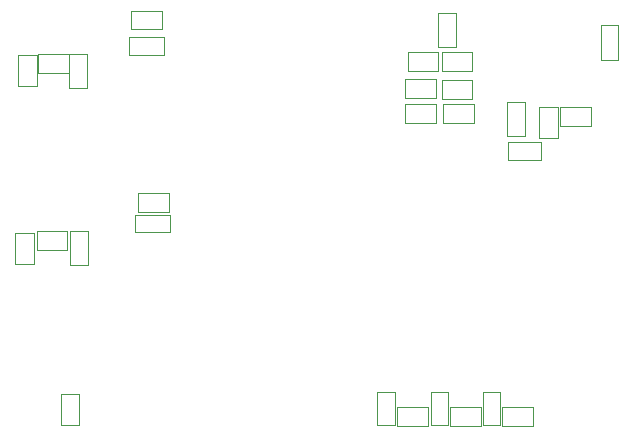
<source format=gbr>
G04 #@! TF.FileFunction,Other,User*
%FSLAX46Y46*%
G04 Gerber Fmt 4.6, Leading zero omitted, Abs format (unit mm)*
G04 Created by KiCad (PCBNEW 4.0.2+dfsg1-stable) date mar. 31 janv. 2017 17:52:21 CET*
%MOMM*%
G01*
G04 APERTURE LIST*
%ADD10C,0.050000*%
G04 APERTURE END LIST*
D10*
X25000000Y2910000D02*
X22400000Y2910000D01*
X25000000Y4510000D02*
X22400000Y4510000D01*
X25000000Y2910000D02*
X25000000Y4510000D01*
X22400000Y2910000D02*
X22400000Y4510000D01*
X-14050000Y10460000D02*
X-11150000Y10460000D01*
X-14050000Y8960000D02*
X-11150000Y8960000D01*
X-14050000Y10460000D02*
X-14050000Y8960000D01*
X-11150000Y10460000D02*
X-11150000Y8960000D01*
X-17650000Y9060000D02*
X-17650000Y6160000D01*
X-19150000Y9060000D02*
X-19150000Y6160000D01*
X-17650000Y9060000D02*
X-19150000Y9060000D01*
X-17650000Y6160000D02*
X-19150000Y6160000D01*
X-13550000Y-4575000D02*
X-10650000Y-4575000D01*
X-13550000Y-6075000D02*
X-10650000Y-6075000D01*
X-13550000Y-4575000D02*
X-13550000Y-6075000D01*
X-10650000Y-4575000D02*
X-10650000Y-6075000D01*
X-17550000Y-5975000D02*
X-17550000Y-8875000D01*
X-19050000Y-5975000D02*
X-19050000Y-8875000D01*
X-17550000Y-5975000D02*
X-19050000Y-5975000D01*
X-17550000Y-8875000D02*
X-19050000Y-8875000D01*
X13577000Y12499000D02*
X13577000Y9599000D01*
X12077000Y12499000D02*
X12077000Y9599000D01*
X13577000Y12499000D02*
X12077000Y12499000D01*
X13577000Y9599000D02*
X12077000Y9599000D01*
X19450000Y4960000D02*
X19450000Y2060000D01*
X17950000Y4960000D02*
X17950000Y2060000D01*
X19450000Y4960000D02*
X17950000Y4960000D01*
X19450000Y2060000D02*
X17950000Y2060000D01*
X27350000Y11460000D02*
X27350000Y8560000D01*
X25850000Y11460000D02*
X25850000Y8560000D01*
X27350000Y11460000D02*
X25850000Y11460000D01*
X27350000Y8560000D02*
X25850000Y8560000D01*
X15850000Y-19590000D02*
X17350000Y-19590000D01*
X17350000Y-19590000D02*
X17350000Y-22390000D01*
X17350000Y-22390000D02*
X15850000Y-22390000D01*
X15850000Y-22390000D02*
X15850000Y-19590000D01*
X11450000Y-19590000D02*
X12950000Y-19590000D01*
X12950000Y-19590000D02*
X12950000Y-22390000D01*
X12950000Y-22390000D02*
X11450000Y-22390000D01*
X11450000Y-22390000D02*
X11450000Y-19590000D01*
X18000000Y60000D02*
X18000000Y1560000D01*
X18000000Y1560000D02*
X20800000Y1560000D01*
X20800000Y1560000D02*
X20800000Y60000D01*
X20800000Y60000D02*
X18000000Y60000D01*
X6950000Y-19590000D02*
X8450000Y-19590000D01*
X8450000Y-19590000D02*
X8450000Y-22390000D01*
X8450000Y-22390000D02*
X6950000Y-22390000D01*
X6950000Y-22390000D02*
X6950000Y-19590000D01*
X-21900000Y8910000D02*
X-21900000Y6310000D01*
X-23500000Y8910000D02*
X-23500000Y6310000D01*
X-21900000Y8910000D02*
X-23500000Y8910000D01*
X-21900000Y6310000D02*
X-23500000Y6310000D01*
X-22100000Y-6125000D02*
X-22100000Y-8725000D01*
X-23700000Y-6125000D02*
X-23700000Y-8725000D01*
X-22100000Y-6125000D02*
X-23700000Y-6125000D01*
X-22100000Y-8725000D02*
X-23700000Y-8725000D01*
X-11300000Y11110000D02*
X-13900000Y11110000D01*
X-11300000Y12710000D02*
X-13900000Y12710000D01*
X-11300000Y11110000D02*
X-11300000Y12710000D01*
X-13900000Y11110000D02*
X-13900000Y12710000D01*
X-19200000Y7410000D02*
X-21800000Y7410000D01*
X-19200000Y9010000D02*
X-21800000Y9010000D01*
X-19200000Y7410000D02*
X-19200000Y9010000D01*
X-21800000Y7410000D02*
X-21800000Y9010000D01*
X-10700000Y-4325000D02*
X-13300000Y-4325000D01*
X-10700000Y-2725000D02*
X-13300000Y-2725000D01*
X-10700000Y-4325000D02*
X-10700000Y-2725000D01*
X-13300000Y-4325000D02*
X-13300000Y-2725000D01*
X-19300000Y-7525000D02*
X-21900000Y-7525000D01*
X-19300000Y-5925000D02*
X-21900000Y-5925000D01*
X-19300000Y-7525000D02*
X-19300000Y-5925000D01*
X-21900000Y-7525000D02*
X-21900000Y-5925000D01*
X15000000Y7610000D02*
X12400000Y7610000D01*
X15000000Y9210000D02*
X12400000Y9210000D01*
X15000000Y7610000D02*
X15000000Y9210000D01*
X12400000Y7610000D02*
X12400000Y9210000D01*
X15000000Y5210000D02*
X12400000Y5210000D01*
X15000000Y6810000D02*
X12400000Y6810000D01*
X15000000Y5210000D02*
X15000000Y6810000D01*
X12400000Y5210000D02*
X12400000Y6810000D01*
X15100000Y3210000D02*
X12500000Y3210000D01*
X15100000Y4810000D02*
X12500000Y4810000D01*
X15100000Y3210000D02*
X15100000Y4810000D01*
X12500000Y3210000D02*
X12500000Y4810000D01*
X9500000Y9210000D02*
X12100000Y9210000D01*
X9500000Y7610000D02*
X12100000Y7610000D01*
X9500000Y9210000D02*
X9500000Y7610000D01*
X12100000Y9210000D02*
X12100000Y7610000D01*
X9300000Y6910000D02*
X11900000Y6910000D01*
X9300000Y5310000D02*
X11900000Y5310000D01*
X9300000Y6910000D02*
X9300000Y5310000D01*
X11900000Y6910000D02*
X11900000Y5310000D01*
X9300000Y4810000D02*
X11900000Y4810000D01*
X9300000Y3210000D02*
X11900000Y3210000D01*
X9300000Y4810000D02*
X9300000Y3210000D01*
X11900000Y4810000D02*
X11900000Y3210000D01*
X20100000Y-22490000D02*
X17500000Y-22490000D01*
X20100000Y-20890000D02*
X17500000Y-20890000D01*
X20100000Y-22490000D02*
X20100000Y-20890000D01*
X17500000Y-22490000D02*
X17500000Y-20890000D01*
X15700000Y-22490000D02*
X13100000Y-22490000D01*
X15700000Y-20890000D02*
X13100000Y-20890000D01*
X15700000Y-22490000D02*
X15700000Y-20890000D01*
X13100000Y-22490000D02*
X13100000Y-20890000D01*
X11200000Y-22490000D02*
X8600000Y-22490000D01*
X11200000Y-20890000D02*
X8600000Y-20890000D01*
X11200000Y-22490000D02*
X11200000Y-20890000D01*
X8600000Y-22490000D02*
X8600000Y-20890000D01*
X20600000Y1910000D02*
X20600000Y4510000D01*
X22200000Y1910000D02*
X22200000Y4510000D01*
X20600000Y1910000D02*
X22200000Y1910000D01*
X20600000Y4510000D02*
X22200000Y4510000D01*
X-18275400Y-19756600D02*
X-18275400Y-22356600D01*
X-19875400Y-19756600D02*
X-19875400Y-22356600D01*
X-18275400Y-19756600D02*
X-19875400Y-19756600D01*
X-18275400Y-22356600D02*
X-19875400Y-22356600D01*
M02*

</source>
